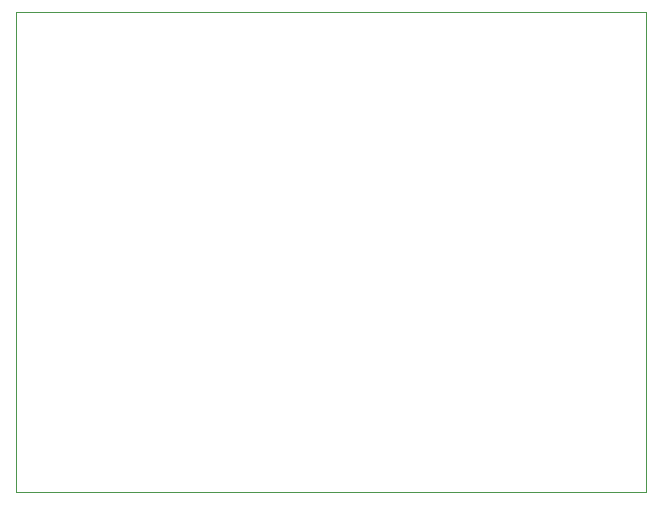
<source format=gbr>
%TF.GenerationSoftware,KiCad,Pcbnew,(6.0.10)*%
%TF.CreationDate,2023-04-23T12:07:47+05:45*%
%TF.ProjectId,first_project,66697273-745f-4707-926f-6a6563742e6b,0*%
%TF.SameCoordinates,Original*%
%TF.FileFunction,Profile,NP*%
%FSLAX46Y46*%
G04 Gerber Fmt 4.6, Leading zero omitted, Abs format (unit mm)*
G04 Created by KiCad (PCBNEW (6.0.10)) date 2023-04-23 12:07:47*
%MOMM*%
%LPD*%
G01*
G04 APERTURE LIST*
%TA.AperFunction,Profile*%
%ADD10C,0.100000*%
%TD*%
G04 APERTURE END LIST*
D10*
X96520000Y-73660000D02*
X149860000Y-73660000D01*
X149860000Y-73660000D02*
X149860000Y-114300000D01*
X149860000Y-114300000D02*
X96520000Y-114300000D01*
X96520000Y-114300000D02*
X96520000Y-73660000D01*
M02*

</source>
